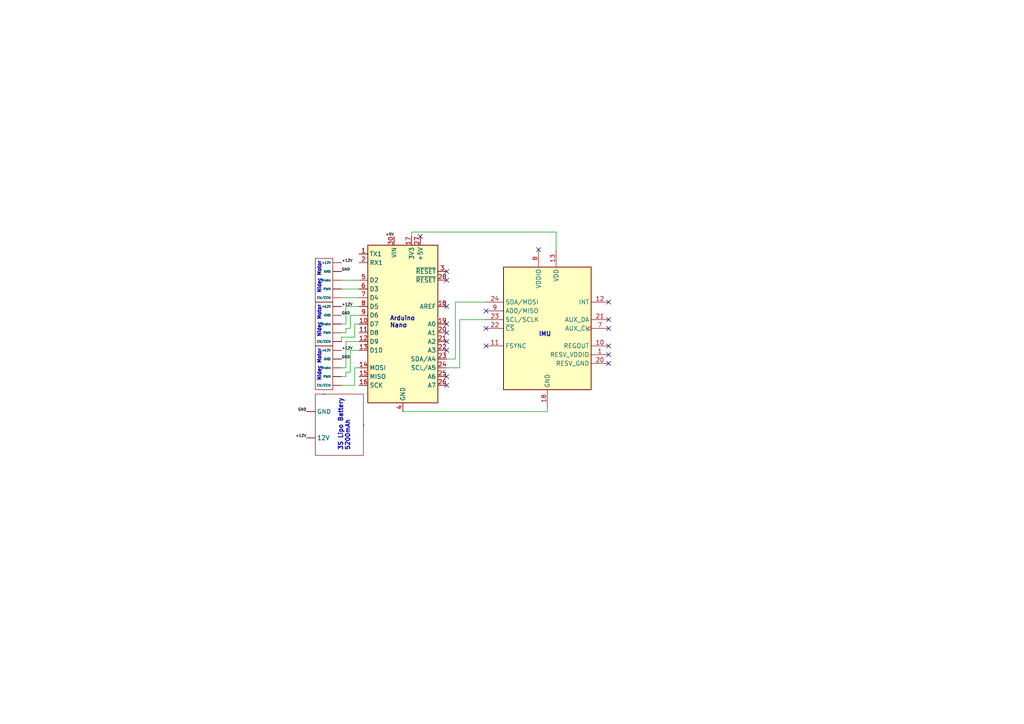
<source format=kicad_sch>
(kicad_sch
	(version 20231120)
	(generator "eeschema")
	(generator_version "8.0")
	(uuid "c3d1a812-138f-41e1-a7f0-a0919706c681")
	(paper "A4")
	(lib_symbols
		(symbol "MCU_Module:Arduino_Nano_Every"
			(exclude_from_sim no)
			(in_bom yes)
			(on_board yes)
			(property "Reference" "A"
				(at -10.16 23.495 0)
				(effects
					(font
						(size 1.27 1.27)
					)
					(justify left bottom)
				)
			)
			(property "Value" "Arduino_Nano_Every"
				(at 5.08 -24.13 0)
				(effects
					(font
						(size 1.27 1.27)
					)
					(justify left top)
				)
			)
			(property "Footprint" "Module:Arduino_Nano"
				(at 0 0 0)
				(effects
					(font
						(size 1.27 1.27)
						(italic yes)
					)
					(hide yes)
				)
			)
			(property "Datasheet" "https://content.arduino.cc/assets/NANOEveryV3.0_sch.pdf"
				(at 0 0 0)
				(effects
					(font
						(size 1.27 1.27)
					)
					(hide yes)
				)
			)
			(property "Description" "Arduino Nano Every"
				(at 0 0 0)
				(effects
					(font
						(size 1.27 1.27)
					)
					(hide yes)
				)
			)
			(property "ki_keywords" "Arduino nano microcontroller module USB UPDI AATMega4809 AVR"
				(at 0 0 0)
				(effects
					(font
						(size 1.27 1.27)
					)
					(hide yes)
				)
			)
			(property "ki_fp_filters" "Arduino*Nano*"
				(at 0 0 0)
				(effects
					(font
						(size 1.27 1.27)
					)
					(hide yes)
				)
			)
			(symbol "Arduino_Nano_Every_0_1"
				(rectangle
					(start -10.16 22.86)
					(end 10.16 -22.86)
					(stroke
						(width 0.254)
						(type default)
					)
					(fill
						(type background)
					)
				)
			)
			(symbol "Arduino_Nano_Every_1_1"
				(pin bidirectional line
					(at -12.7 20.32 0)
					(length 2.54)
					(name "TX1"
						(effects
							(font
								(size 1.27 1.27)
							)
						)
					)
					(number "1"
						(effects
							(font
								(size 1.27 1.27)
							)
						)
					)
				)
				(pin bidirectional line
					(at -12.7 0 0)
					(length 2.54)
					(name "D7"
						(effects
							(font
								(size 1.27 1.27)
							)
						)
					)
					(number "10"
						(effects
							(font
								(size 1.27 1.27)
							)
						)
					)
				)
				(pin bidirectional line
					(at -12.7 -2.54 0)
					(length 2.54)
					(name "D8"
						(effects
							(font
								(size 1.27 1.27)
							)
						)
					)
					(number "11"
						(effects
							(font
								(size 1.27 1.27)
							)
						)
					)
				)
				(pin bidirectional line
					(at -12.7 -5.08 0)
					(length 2.54)
					(name "D9"
						(effects
							(font
								(size 1.27 1.27)
							)
						)
					)
					(number "12"
						(effects
							(font
								(size 1.27 1.27)
							)
						)
					)
				)
				(pin bidirectional line
					(at -12.7 -7.62 0)
					(length 2.54)
					(name "D10"
						(effects
							(font
								(size 1.27 1.27)
							)
						)
					)
					(number "13"
						(effects
							(font
								(size 1.27 1.27)
							)
						)
					)
				)
				(pin bidirectional line
					(at -12.7 -12.7 0)
					(length 2.54)
					(name "MOSI"
						(effects
							(font
								(size 1.27 1.27)
							)
						)
					)
					(number "14"
						(effects
							(font
								(size 1.27 1.27)
							)
						)
					)
				)
				(pin bidirectional line
					(at -12.7 -15.24 0)
					(length 2.54)
					(name "MISO"
						(effects
							(font
								(size 1.27 1.27)
							)
						)
					)
					(number "15"
						(effects
							(font
								(size 1.27 1.27)
							)
						)
					)
				)
				(pin bidirectional line
					(at -12.7 -17.78 0)
					(length 2.54)
					(name "SCK"
						(effects
							(font
								(size 1.27 1.27)
							)
						)
					)
					(number "16"
						(effects
							(font
								(size 1.27 1.27)
							)
						)
					)
				)
				(pin power_out line
					(at 2.54 25.4 270)
					(length 2.54)
					(name "3V3"
						(effects
							(font
								(size 1.27 1.27)
							)
						)
					)
					(number "17"
						(effects
							(font
								(size 1.27 1.27)
							)
						)
					)
				)
				(pin input line
					(at 12.7 5.08 180)
					(length 2.54)
					(name "AREF"
						(effects
							(font
								(size 1.27 1.27)
							)
						)
					)
					(number "18"
						(effects
							(font
								(size 1.27 1.27)
							)
						)
					)
				)
				(pin bidirectional line
					(at 12.7 0 180)
					(length 2.54)
					(name "A0"
						(effects
							(font
								(size 1.27 1.27)
							)
						)
					)
					(number "19"
						(effects
							(font
								(size 1.27 1.27)
							)
						)
					)
				)
				(pin bidirectional line
					(at -12.7 17.78 0)
					(length 2.54)
					(name "RX1"
						(effects
							(font
								(size 1.27 1.27)
							)
						)
					)
					(number "2"
						(effects
							(font
								(size 1.27 1.27)
							)
						)
					)
				)
				(pin bidirectional line
					(at 12.7 -2.54 180)
					(length 2.54)
					(name "A1"
						(effects
							(font
								(size 1.27 1.27)
							)
						)
					)
					(number "20"
						(effects
							(font
								(size 1.27 1.27)
							)
						)
					)
				)
				(pin bidirectional line
					(at 12.7 -5.08 180)
					(length 2.54)
					(name "A2"
						(effects
							(font
								(size 1.27 1.27)
							)
						)
					)
					(number "21"
						(effects
							(font
								(size 1.27 1.27)
							)
						)
					)
				)
				(pin bidirectional line
					(at 12.7 -7.62 180)
					(length 2.54)
					(name "A3"
						(effects
							(font
								(size 1.27 1.27)
							)
						)
					)
					(number "22"
						(effects
							(font
								(size 1.27 1.27)
							)
						)
					)
				)
				(pin bidirectional line
					(at 12.7 -10.16 180)
					(length 2.54)
					(name "SDA/A4"
						(effects
							(font
								(size 1.27 1.27)
							)
						)
					)
					(number "23"
						(effects
							(font
								(size 1.27 1.27)
							)
						)
					)
				)
				(pin bidirectional line
					(at 12.7 -12.7 180)
					(length 2.54)
					(name "SCL/A5"
						(effects
							(font
								(size 1.27 1.27)
							)
						)
					)
					(number "24"
						(effects
							(font
								(size 1.27 1.27)
							)
						)
					)
				)
				(pin bidirectional line
					(at 12.7 -15.24 180)
					(length 2.54)
					(name "A6"
						(effects
							(font
								(size 1.27 1.27)
							)
						)
					)
					(number "25"
						(effects
							(font
								(size 1.27 1.27)
							)
						)
					)
				)
				(pin bidirectional line
					(at 12.7 -17.78 180)
					(length 2.54)
					(name "A7"
						(effects
							(font
								(size 1.27 1.27)
							)
						)
					)
					(number "26"
						(effects
							(font
								(size 1.27 1.27)
							)
						)
					)
				)
				(pin power_out line
					(at 5.08 25.4 270)
					(length 2.54)
					(name "+5V"
						(effects
							(font
								(size 1.27 1.27)
							)
						)
					)
					(number "27"
						(effects
							(font
								(size 1.27 1.27)
							)
						)
					)
				)
				(pin input line
					(at 12.7 12.7 180)
					(length 2.54)
					(name "~{RESET}"
						(effects
							(font
								(size 1.27 1.27)
							)
						)
					)
					(number "28"
						(effects
							(font
								(size 1.27 1.27)
							)
						)
					)
				)
				(pin passive line
					(at 0 -25.4 90)
					(length 2.54) hide
					(name "GND"
						(effects
							(font
								(size 1.27 1.27)
							)
						)
					)
					(number "29"
						(effects
							(font
								(size 1.27 1.27)
							)
						)
					)
				)
				(pin input line
					(at 12.7 15.24 180)
					(length 2.54)
					(name "~{RESET}"
						(effects
							(font
								(size 1.27 1.27)
							)
						)
					)
					(number "3"
						(effects
							(font
								(size 1.27 1.27)
							)
						)
					)
				)
				(pin power_in line
					(at -2.54 25.4 270)
					(length 2.54)
					(name "VIN"
						(effects
							(font
								(size 1.27 1.27)
							)
						)
					)
					(number "30"
						(effects
							(font
								(size 1.27 1.27)
							)
						)
					)
				)
				(pin power_in line
					(at 0 -25.4 90)
					(length 2.54)
					(name "GND"
						(effects
							(font
								(size 1.27 1.27)
							)
						)
					)
					(number "4"
						(effects
							(font
								(size 1.27 1.27)
							)
						)
					)
				)
				(pin bidirectional line
					(at -12.7 12.7 0)
					(length 2.54)
					(name "D2"
						(effects
							(font
								(size 1.27 1.27)
							)
						)
					)
					(number "5"
						(effects
							(font
								(size 1.27 1.27)
							)
						)
					)
				)
				(pin bidirectional line
					(at -12.7 10.16 0)
					(length 2.54)
					(name "D3"
						(effects
							(font
								(size 1.27 1.27)
							)
						)
					)
					(number "6"
						(effects
							(font
								(size 1.27 1.27)
							)
						)
					)
				)
				(pin bidirectional line
					(at -12.7 7.62 0)
					(length 2.54)
					(name "D4"
						(effects
							(font
								(size 1.27 1.27)
							)
						)
					)
					(number "7"
						(effects
							(font
								(size 1.27 1.27)
							)
						)
					)
				)
				(pin bidirectional line
					(at -12.7 5.08 0)
					(length 2.54)
					(name "D5"
						(effects
							(font
								(size 1.27 1.27)
							)
						)
					)
					(number "8"
						(effects
							(font
								(size 1.27 1.27)
							)
						)
					)
				)
				(pin bidirectional line
					(at -12.7 2.54 0)
					(length 2.54)
					(name "D6"
						(effects
							(font
								(size 1.27 1.27)
							)
						)
					)
					(number "9"
						(effects
							(font
								(size 1.27 1.27)
							)
						)
					)
				)
			)
		)
		(symbol "PIE_Symbol_Libary:Nidec_Motors"
			(exclude_from_sim no)
			(in_bom yes)
			(on_board yes)
			(property "Reference" "U"
				(at 1.016 3.81 0)
				(effects
					(font
						(size 1.27 1.27)
					)
				)
			)
			(property "Value" ""
				(at 0 0 0)
				(effects
					(font
						(size 1.27 1.27)
					)
				)
			)
			(property "Footprint" ""
				(at 0 0 0)
				(effects
					(font
						(size 1.27 1.27)
					)
					(hide yes)
				)
			)
			(property "Datasheet" ""
				(at 0 0 0)
				(effects
					(font
						(size 1.27 1.27)
					)
					(hide yes)
				)
			)
			(property "Description" ""
				(at 0 0 0)
				(effects
					(font
						(size 1.27 1.27)
					)
					(hide yes)
				)
			)
			(symbol "Nidec_Motors_0_1"
				(rectangle
					(start -5.08 2.54)
					(end 7.62 -2.54)
					(stroke
						(width 0)
						(type default)
					)
					(fill
						(type none)
					)
				)
			)
			(symbol "Nidec_Motors_1_1"
				(pin input line
					(at -3.81 -5.08 90)
					(length 2.54)
					(name "+12V"
						(effects
							(font
								(size 0.635 0.635)
							)
						)
					)
					(number ""
						(effects
							(font
								(size 1.27 1.27)
							)
						)
					)
				)
				(pin input line
					(at 1.27 -5.08 90)
					(length 2.54)
					(name "Brake"
						(effects
							(font
								(size 0.635 0.635)
							)
						)
					)
					(number ""
						(effects
							(font
								(size 1.27 1.27)
							)
						)
					)
				)
				(pin input line
					(at 6.35 -5.08 90)
					(length 2.54)
					(name "CW/CCW"
						(effects
							(font
								(size 0.635 0.635)
							)
						)
					)
					(number ""
						(effects
							(font
								(size 1.27 1.27)
							)
						)
					)
				)
				(pin input line
					(at -1.27 -5.08 90)
					(length 2.54)
					(name "GND"
						(effects
							(font
								(size 0.635 0.635)
							)
						)
					)
					(number ""
						(effects
							(font
								(size 1.27 1.27)
							)
						)
					)
				)
				(pin input line
					(at 3.81 -5.08 90)
					(length 2.54)
					(name "PWM"
						(effects
							(font
								(size 0.635 0.635)
							)
						)
					)
					(number ""
						(effects
							(font
								(size 1.27 1.27)
							)
						)
					)
				)
			)
		)
		(symbol "Sensor_Motion:MPU-9250"
			(exclude_from_sim no)
			(in_bom yes)
			(on_board yes)
			(property "Reference" "U"
				(at -11.43 19.05 0)
				(effects
					(font
						(size 1.27 1.27)
					)
				)
			)
			(property "Value" "MPU-9250"
				(at 7.62 -19.05 0)
				(effects
					(font
						(size 1.27 1.27)
					)
				)
			)
			(property "Footprint" "Sensor_Motion:InvenSense_QFN-24_3x3mm_P0.4mm"
				(at 0 -25.4 0)
				(effects
					(font
						(size 1.27 1.27)
					)
					(hide yes)
				)
			)
			(property "Datasheet" "https://invensense.tdk.com/wp-content/uploads/2015/02/PS-MPU-9250A-01-v1.1.pdf"
				(at 0 -3.81 0)
				(effects
					(font
						(size 1.27 1.27)
					)
					(hide yes)
				)
			)
			(property "Description" "InvenSense 9-Axis Motion Sensor, Accelerometer, Gyroscope, Compass, I2C/SPI"
				(at 0 0 0)
				(effects
					(font
						(size 1.27 1.27)
					)
					(hide yes)
				)
			)
			(property "ki_keywords" "mems magnetometer"
				(at 0 0 0)
				(effects
					(font
						(size 1.27 1.27)
					)
					(hide yes)
				)
			)
			(property "ki_fp_filters" "*QFN?24*3x3mm*P0.4mm*"
				(at 0 0 0)
				(effects
					(font
						(size 1.27 1.27)
					)
					(hide yes)
				)
			)
			(symbol "MPU-9250_0_1"
				(rectangle
					(start -12.7 17.78)
					(end 12.7 -17.78)
					(stroke
						(width 0.254)
						(type default)
					)
					(fill
						(type background)
					)
				)
			)
			(symbol "MPU-9250_1_1"
				(pin input line
					(at 17.78 -7.62 180)
					(length 5.08)
					(name "RESV_VDDIO"
						(effects
							(font
								(size 1.27 1.27)
							)
						)
					)
					(number "1"
						(effects
							(font
								(size 1.27 1.27)
							)
						)
					)
				)
				(pin passive line
					(at 17.78 -5.08 180)
					(length 5.08)
					(name "REGOUT"
						(effects
							(font
								(size 1.27 1.27)
							)
						)
					)
					(number "10"
						(effects
							(font
								(size 1.27 1.27)
							)
						)
					)
				)
				(pin input line
					(at -17.78 -5.08 0)
					(length 5.08)
					(name "FSYNC"
						(effects
							(font
								(size 1.27 1.27)
							)
						)
					)
					(number "11"
						(effects
							(font
								(size 1.27 1.27)
							)
						)
					)
				)
				(pin output line
					(at 17.78 7.62 180)
					(length 5.08)
					(name "INT"
						(effects
							(font
								(size 1.27 1.27)
							)
						)
					)
					(number "12"
						(effects
							(font
								(size 1.27 1.27)
							)
						)
					)
				)
				(pin power_in line
					(at 2.54 22.86 270)
					(length 5.08)
					(name "VDD"
						(effects
							(font
								(size 1.27 1.27)
							)
						)
					)
					(number "13"
						(effects
							(font
								(size 1.27 1.27)
							)
						)
					)
				)
				(pin power_in line
					(at 0 -22.86 90)
					(length 5.08)
					(name "GND"
						(effects
							(font
								(size 1.27 1.27)
							)
						)
					)
					(number "18"
						(effects
							(font
								(size 1.27 1.27)
							)
						)
					)
				)
				(pin power_in line
					(at 17.78 -10.16 180)
					(length 5.08)
					(name "RESV_GND"
						(effects
							(font
								(size 1.27 1.27)
							)
						)
					)
					(number "20"
						(effects
							(font
								(size 1.27 1.27)
							)
						)
					)
				)
				(pin bidirectional line
					(at 17.78 2.54 180)
					(length 5.08)
					(name "AUX_DA"
						(effects
							(font
								(size 1.27 1.27)
							)
						)
					)
					(number "21"
						(effects
							(font
								(size 1.27 1.27)
							)
						)
					)
				)
				(pin input line
					(at -17.78 0 0)
					(length 5.08)
					(name "~{CS}"
						(effects
							(font
								(size 1.27 1.27)
							)
						)
					)
					(number "22"
						(effects
							(font
								(size 1.27 1.27)
							)
						)
					)
				)
				(pin input line
					(at -17.78 2.54 0)
					(length 5.08)
					(name "SCL/SCLK"
						(effects
							(font
								(size 1.27 1.27)
							)
						)
					)
					(number "23"
						(effects
							(font
								(size 1.27 1.27)
							)
						)
					)
				)
				(pin bidirectional line
					(at -17.78 7.62 0)
					(length 5.08)
					(name "SDA/MOSI"
						(effects
							(font
								(size 1.27 1.27)
							)
						)
					)
					(number "24"
						(effects
							(font
								(size 1.27 1.27)
							)
						)
					)
				)
				(pin output clock
					(at 17.78 0 180)
					(length 5.08)
					(name "AUX_CL"
						(effects
							(font
								(size 1.27 1.27)
							)
						)
					)
					(number "7"
						(effects
							(font
								(size 1.27 1.27)
							)
						)
					)
				)
				(pin power_in line
					(at -2.54 22.86 270)
					(length 5.08)
					(name "VDDIO"
						(effects
							(font
								(size 1.27 1.27)
							)
						)
					)
					(number "8"
						(effects
							(font
								(size 1.27 1.27)
							)
						)
					)
				)
				(pin bidirectional line
					(at -17.78 5.08 0)
					(length 5.08)
					(name "AD0/MISO"
						(effects
							(font
								(size 1.27 1.27)
							)
						)
					)
					(number "9"
						(effects
							(font
								(size 1.27 1.27)
							)
						)
					)
				)
			)
		)
		(symbol "pie:3S_Lipo_Battery_5200mAh"
			(exclude_from_sim no)
			(in_bom yes)
			(on_board yes)
			(property "Reference" "U"
				(at 0 0 0)
				(effects
					(font
						(size 1.27 1.27)
					)
				)
			)
			(property "Value" ""
				(at 0 0 0)
				(effects
					(font
						(size 1.27 1.27)
					)
				)
			)
			(property "Footprint" ""
				(at 0 0 0)
				(effects
					(font
						(size 1.27 1.27)
					)
					(hide yes)
				)
			)
			(property "Datasheet" ""
				(at 0 0 0)
				(effects
					(font
						(size 1.27 1.27)
					)
					(hide yes)
				)
			)
			(property "Description" ""
				(at 0 0 0)
				(effects
					(font
						(size 1.27 1.27)
					)
					(hide yes)
				)
			)
			(symbol "3S_Lipo_Battery_5200mAh_0_1"
				(rectangle
					(start -8.89 13.97)
					(end 8.89 0)
					(stroke
						(width 0)
						(type default)
					)
					(fill
						(type none)
					)
				)
			)
			(symbol "3S_Lipo_Battery_5200mAh_1_1"
				(pin power_out line
					(at -3.81 16.51 270)
					(length 2.54)
					(name "12V"
						(effects
							(font
								(size 1.27 1.27)
							)
						)
					)
					(number ""
						(effects
							(font
								(size 1.27 1.27)
							)
						)
					)
				)
				(pin power_out line
					(at 3.81 16.51 270)
					(length 2.54)
					(name "GND"
						(effects
							(font
								(size 1.27 1.27)
							)
						)
					)
					(number ""
						(effects
							(font
								(size 1.27 1.27)
							)
						)
					)
				)
			)
		)
	)
	(no_connect
		(at 176.53 102.87)
		(uuid "07b32de4-8f6f-428d-b50f-473b561b08c6")
	)
	(no_connect
		(at 129.54 81.28)
		(uuid "10608be3-5893-484c-ac62-516933922d5f")
	)
	(no_connect
		(at 129.54 96.52)
		(uuid "14ddd9a1-3cab-4a04-b21d-5724a97c9407")
	)
	(no_connect
		(at 121.92 68.58)
		(uuid "4162d27a-fd04-4689-98bd-6d5857e78924")
	)
	(no_connect
		(at 129.54 78.74)
		(uuid "5180a219-3c79-42eb-8014-0fb19209f846")
	)
	(no_connect
		(at 129.54 88.9)
		(uuid "5d1a4274-f096-457c-9352-cdb788af1e61")
	)
	(no_connect
		(at 176.53 105.41)
		(uuid "60e0fd4d-1edc-4afd-9491-7bd0e2364f5b")
	)
	(no_connect
		(at 129.54 99.06)
		(uuid "6b0c5efe-fa92-4a3c-9a53-dac219cc559f")
	)
	(no_connect
		(at 129.54 111.76)
		(uuid "9a919d8b-1dcf-4f7a-9b98-f039e39c5452")
	)
	(no_connect
		(at 129.54 109.22)
		(uuid "9d370899-ff0b-45c4-b2e7-d93c502f8af3")
	)
	(no_connect
		(at 176.53 87.63)
		(uuid "b791904c-9ed6-49f0-aff0-5ce5e30fb2ca")
	)
	(no_connect
		(at 156.21 72.39)
		(uuid "c1a19d6a-bf00-4c01-9a58-bc19393b76c3")
	)
	(no_connect
		(at 140.97 100.33)
		(uuid "c46a7597-2540-45af-b424-e5c1a7f5dfb0")
	)
	(no_connect
		(at 176.53 92.71)
		(uuid "c74a1977-6d6d-48b7-b083-f0801301bf3c")
	)
	(no_connect
		(at 140.97 95.25)
		(uuid "de8bbb7f-be6c-440c-9596-523b0f902bbe")
	)
	(no_connect
		(at 176.53 95.25)
		(uuid "e6ed2746-a34b-410a-89e0-abbc0f910731")
	)
	(no_connect
		(at 140.97 90.17)
		(uuid "f1c49fe8-ed6f-4e59-aa5a-9a1b548c8106")
	)
	(no_connect
		(at 129.54 93.98)
		(uuid "f34cbc75-03ba-439c-b713-7fd08f8f993a")
	)
	(no_connect
		(at 176.53 100.33)
		(uuid "f83f5d21-8de9-40b7-86cf-c2e654f701b1")
	)
	(no_connect
		(at 129.54 101.6)
		(uuid "f987665f-85a4-49b6-8b65-f190a1fdeb71")
	)
	(wire
		(pts
			(xy 101.6 107.95) (xy 101.6 101.6)
		)
		(stroke
			(width 0)
			(type default)
		)
		(uuid "0eca7992-2d44-4df8-8c3e-4c77d1db4820")
	)
	(wire
		(pts
			(xy 101.6 91.44) (xy 104.14 91.44)
		)
		(stroke
			(width 0)
			(type default)
		)
		(uuid "13eca11d-3b71-40b1-abaf-ab1e577565d7")
	)
	(wire
		(pts
			(xy 100.33 96.52) (xy 100.33 95.25)
		)
		(stroke
			(width 0)
			(type default)
		)
		(uuid "1455cbbc-5d18-4d04-9cd9-91be436e03ba")
	)
	(wire
		(pts
			(xy 100.33 109.22) (xy 99.06 109.22)
		)
		(stroke
			(width 0)
			(type default)
		)
		(uuid "1fd0c0e6-7643-4048-9203-99fd3130b910")
	)
	(wire
		(pts
			(xy 99.06 93.98) (xy 100.33 93.98)
		)
		(stroke
			(width 0)
			(type default)
		)
		(uuid "2344850d-c805-4381-aa84-cff3d28b44a8")
	)
	(wire
		(pts
			(xy 102.87 93.98) (xy 102.87 97.79)
		)
		(stroke
			(width 0)
			(type default)
		)
		(uuid "24645d9c-aa1b-47f6-adf2-d7b203270bbf")
	)
	(wire
		(pts
			(xy 100.33 106.68) (xy 100.33 99.06)
		)
		(stroke
			(width 0)
			(type default)
		)
		(uuid "2e0a0cef-459a-4aa7-925b-5a960d495409")
	)
	(wire
		(pts
			(xy 100.33 99.06) (xy 104.14 99.06)
		)
		(stroke
			(width 0)
			(type default)
		)
		(uuid "339c99b4-0b67-4c0c-913f-0193ee2e4107")
	)
	(wire
		(pts
			(xy 161.29 67.31) (xy 161.29 72.39)
		)
		(stroke
			(width 0)
			(type default)
		)
		(uuid "45fad805-098f-4285-a529-9fdc0d2ed3dc")
	)
	(wire
		(pts
			(xy 99.06 86.36) (xy 104.14 86.36)
		)
		(stroke
			(width 0)
			(type default)
		)
		(uuid "4a746d82-12cd-4365-b2a8-594b31e663c0")
	)
	(wire
		(pts
			(xy 99.06 106.68) (xy 100.33 106.68)
		)
		(stroke
			(width 0)
			(type default)
		)
		(uuid "635e76ec-111e-4d87-9c15-1d983f35e582")
	)
	(wire
		(pts
			(xy 100.33 107.95) (xy 100.33 109.22)
		)
		(stroke
			(width 0)
			(type default)
		)
		(uuid "6465b092-12a9-4cc6-89ed-a9a19a25507d")
	)
	(wire
		(pts
			(xy 133.35 92.71) (xy 133.35 106.68)
		)
		(stroke
			(width 0)
			(type default)
		)
		(uuid "69ac3a39-1e66-43b9-8ba8-6cbe8de78e42")
	)
	(wire
		(pts
			(xy 102.87 111.76) (xy 102.87 106.68)
		)
		(stroke
			(width 0)
			(type default)
		)
		(uuid "6b0afd91-195d-43a8-9ee1-1287097aa1b2")
	)
	(wire
		(pts
			(xy 99.06 99.06) (xy 99.06 97.79)
		)
		(stroke
			(width 0)
			(type default)
		)
		(uuid "6f84670d-b63a-4505-835d-ef569b29569b")
	)
	(wire
		(pts
			(xy 99.06 83.82) (xy 104.14 83.82)
		)
		(stroke
			(width 0)
			(type default)
		)
		(uuid "7b669808-dc54-44d2-87b8-7d5445b8dbff")
	)
	(wire
		(pts
			(xy 116.84 119.38) (xy 158.75 119.38)
		)
		(stroke
			(width 0)
			(type default)
		)
		(uuid "880cc9e5-aff8-4efc-b520-2fd9b718841e")
	)
	(wire
		(pts
			(xy 101.6 95.25) (xy 101.6 91.44)
		)
		(stroke
			(width 0)
			(type default)
		)
		(uuid "8ae9cb05-8da5-45c0-b029-c9c3ddc0eda7")
	)
	(wire
		(pts
			(xy 119.38 67.31) (xy 119.38 68.58)
		)
		(stroke
			(width 0)
			(type default)
		)
		(uuid "8bf3f031-bfd6-4103-a15e-9d9f076e8f1c")
	)
	(wire
		(pts
			(xy 140.97 92.71) (xy 133.35 92.71)
		)
		(stroke
			(width 0)
			(type default)
		)
		(uuid "9cb4388e-daaf-4800-8489-d4b2b92ad447")
	)
	(wire
		(pts
			(xy 132.08 104.14) (xy 129.54 104.14)
		)
		(stroke
			(width 0)
			(type default)
		)
		(uuid "9d758adb-01ef-4ec9-80be-48c75fb97421")
	)
	(wire
		(pts
			(xy 99.06 81.28) (xy 104.14 81.28)
		)
		(stroke
			(width 0)
			(type default)
		)
		(uuid "9f142765-55ee-4763-b812-bfa4abd29ef8")
	)
	(wire
		(pts
			(xy 99.06 111.76) (xy 102.87 111.76)
		)
		(stroke
			(width 0)
			(type default)
		)
		(uuid "a222e132-dbfb-4ae6-9d60-f6521a1dea90")
	)
	(wire
		(pts
			(xy 132.08 87.63) (xy 132.08 104.14)
		)
		(stroke
			(width 0)
			(type default)
		)
		(uuid "a480fa09-202b-4c60-b856-cd0a13c8fae7")
	)
	(wire
		(pts
			(xy 100.33 93.98) (xy 100.33 88.9)
		)
		(stroke
			(width 0)
			(type default)
		)
		(uuid "a5c40373-4a56-45f0-ba39-19d0913963ce")
	)
	(wire
		(pts
			(xy 133.35 106.68) (xy 129.54 106.68)
		)
		(stroke
			(width 0)
			(type default)
		)
		(uuid "afc0f46b-848f-4c5b-a553-89eb5df6e10e")
	)
	(wire
		(pts
			(xy 102.87 106.68) (xy 104.14 106.68)
		)
		(stroke
			(width 0)
			(type default)
		)
		(uuid "b09c8e8d-2bb5-4ff2-ba4d-654233f4381d")
	)
	(wire
		(pts
			(xy 101.6 101.6) (xy 104.14 101.6)
		)
		(stroke
			(width 0)
			(type default)
		)
		(uuid "b1b99a41-1291-481c-9c46-190ed781f7ad")
	)
	(wire
		(pts
			(xy 102.87 93.98) (xy 104.14 93.98)
		)
		(stroke
			(width 0)
			(type default)
		)
		(uuid "b2d4443c-0b77-42c9-9d0a-406a390e1152")
	)
	(wire
		(pts
			(xy 99.06 96.52) (xy 100.33 96.52)
		)
		(stroke
			(width 0)
			(type default)
		)
		(uuid "b68bf623-900a-46d7-b477-daa2006a3aa4")
	)
	(wire
		(pts
			(xy 158.75 119.38) (xy 158.75 118.11)
		)
		(stroke
			(width 0)
			(type default)
		)
		(uuid "b99d90b6-7d41-4b66-9d96-b5f3721577f7")
	)
	(wire
		(pts
			(xy 100.33 88.9) (xy 104.14 88.9)
		)
		(stroke
			(width 0)
			(type default)
		)
		(uuid "c9801257-69d7-4dcd-a5e0-89cb09494de2")
	)
	(wire
		(pts
			(xy 119.38 67.31) (xy 161.29 67.31)
		)
		(stroke
			(width 0)
			(type default)
		)
		(uuid "d6af9588-e4f5-425b-9382-7b51c0fe7b9c")
	)
	(wire
		(pts
			(xy 140.97 87.63) (xy 132.08 87.63)
		)
		(stroke
			(width 0)
			(type default)
		)
		(uuid "e40732c7-8de0-4adc-a19b-3aa402a79f7b")
	)
	(wire
		(pts
			(xy 100.33 95.25) (xy 101.6 95.25)
		)
		(stroke
			(width 0)
			(type default)
		)
		(uuid "e6d64c55-9e38-40dd-b79a-3356cc3f3f63")
	)
	(wire
		(pts
			(xy 101.6 107.95) (xy 100.33 107.95)
		)
		(stroke
			(width 0)
			(type default)
		)
		(uuid "ea525305-e25e-44ba-bdc0-15feed4fabf9")
	)
	(wire
		(pts
			(xy 99.06 97.79) (xy 102.87 97.79)
		)
		(stroke
			(width 0)
			(type default)
		)
		(uuid "f9b5367b-c1c0-40be-a378-d286a1711d6e")
	)
	(text "Nidec Motor"
		(exclude_from_sim no)
		(at 93.218 101.092 90)
		(effects
			(font
				(size 1.016 1.016)
				(thickness 0.254)
				(bold yes)
			)
			(justify right bottom)
		)
		(uuid "25b3ab70-5bf7-4567-bef3-213b79210908")
	)
	(text "Arduino \nNano\n"
		(exclude_from_sim no)
		(at 113.03 95.25 0)
		(effects
			(font
				(size 1.27 1.27)
				(thickness 0.254)
				(bold yes)
			)
			(justify left bottom)
		)
		(uuid "322adfd3-e0a1-41a2-b65d-c3ebf29f6030")
	)
	(text "3S Lipo Battery \n5200mAh"
		(exclude_from_sim no)
		(at 101.6 130.81 90)
		(effects
			(font
				(size 1.27 1.27)
				(thickness 0.254)
				(bold yes)
			)
			(justify left bottom)
		)
		(uuid "6cb10ab7-08fe-48be-ba26-9d5bdc476491")
	)
	(text "IMU"
		(exclude_from_sim no)
		(at 156.21 97.79 0)
		(effects
			(font
				(size 1.27 1.27)
				(thickness 0.254)
				(bold yes)
			)
			(justify left bottom)
		)
		(uuid "84a04bc7-6b37-4a5b-a4ac-350300ad0a96")
	)
	(text "Nidec Motor"
		(exclude_from_sim no)
		(at 93.218 88.392 90)
		(effects
			(font
				(size 1.016 1.016)
				(thickness 0.254)
				(bold yes)
			)
			(justify right bottom)
		)
		(uuid "cf5afaad-7200-471f-97e0-08356d343201")
	)
	(text "Nidec Motor"
		(exclude_from_sim no)
		(at 93.218 75.692 90)
		(effects
			(font
				(size 1.016 1.016)
				(thickness 0.254)
				(bold yes)
			)
			(justify right bottom)
		)
		(uuid "f05ffd82-ab1a-4ffa-8acc-df9d105c6e1b")
	)
	(label "+12V"
		(at 99.06 88.9 0)
		(fields_autoplaced yes)
		(effects
			(font
				(size 0.762 0.762)
			)
			(justify left bottom)
		)
		(uuid "0098585e-763b-451c-b95f-a186751247f2")
	)
	(label "+12V"
		(at 99.06 101.6 0)
		(fields_autoplaced yes)
		(effects
			(font
				(size 0.762 0.762)
			)
			(justify left bottom)
		)
		(uuid "048e3411-351e-4d6b-b62c-4cb98ff7ba2d")
	)
	(label "+12V"
		(at 88.9 127 180)
		(fields_autoplaced yes)
		(effects
			(font
				(size 0.762 0.762)
			)
			(justify right bottom)
		)
		(uuid "36587831-00d2-4466-b70d-3a708d3dbb20")
	)
	(label "GND"
		(at 88.9 119.38 180)
		(fields_autoplaced yes)
		(effects
			(font
				(size 0.762 0.762)
			)
			(justify right bottom)
		)
		(uuid "7518a766-060a-402b-a461-f91ca83dc72a")
	)
	(label "+5V"
		(at 114.3 68.58 180)
		(fields_autoplaced yes)
		(effects
			(font
				(size 0.762 0.762)
			)
			(justify right bottom)
		)
		(uuid "9c7399b8-6a58-4b1d-88f5-765bce79e132")
	)
	(label "GND"
		(at 99.06 104.14 0)
		(fields_autoplaced yes)
		(effects
			(font
				(size 0.762 0.762)
			)
			(justify left bottom)
		)
		(uuid "9cbfabea-2beb-43b1-82f0-11c6d2f00f57")
	)
	(label "GND"
		(at 99.06 78.74 0)
		(fields_autoplaced yes)
		(effects
			(font
				(size 0.762 0.762)
			)
			(justify left bottom)
		)
		(uuid "a73a4d7e-a7fd-480e-aa00-dac9824f375e")
	)
	(label "GND"
		(at 99.06 91.44 0)
		(fields_autoplaced yes)
		(effects
			(font
				(size 0.762 0.762)
			)
			(justify left bottom)
		)
		(uuid "b03b6c58-403f-47a8-a642-356e6ce1de3f")
	)
	(label "+12V"
		(at 99.06 76.2 0)
		(fields_autoplaced yes)
		(effects
			(font
				(size 0.762 0.762)
			)
			(justify left bottom)
		)
		(uuid "ecb57f46-1008-43e3-a6f4-4e6f7d946c9f")
	)
	(symbol
		(lib_id "Sensor_Motion:MPU-9250")
		(at 158.75 95.25 0)
		(unit 1)
		(exclude_from_sim no)
		(in_bom yes)
		(on_board yes)
		(dnp no)
		(uuid "42be8732-aa8b-40c0-a977-c23c7e914b0f")
		(property "Reference" "U2"
			(at 160.9441 115.57 0)
			(effects
				(font
					(size 1.27 1.27)
				)
				(justify left)
				(hide yes)
			)
		)
		(property "Value" "MPU-9250"
			(at 152.4 96.52 0)
			(effects
				(font
					(size 1.27 1.27)
				)
				(justify left)
				(hide yes)
			)
		)
		(property "Footprint" "Sensor_Motion:InvenSense_QFN-24_3x3mm_P0.4mm"
			(at 158.75 120.65 0)
			(effects
				(font
					(size 1.27 1.27)
				)
				(hide yes)
			)
		)
		(property "Datasheet" "https://invensense.tdk.com/wp-content/uploads/2015/02/PS-MPU-9250A-01-v1.1.pdf"
			(at 158.75 99.06 0)
			(effects
				(font
					(size 1.27 1.27)
				)
				(hide yes)
			)
		)
		(property "Description" ""
			(at 158.75 95.25 0)
			(effects
				(font
					(size 1.27 1.27)
				)
				(hide yes)
			)
		)
		(pin "1"
			(uuid "4a93f239-e013-4c80-b081-73d5bd5cd9ed")
		)
		(pin "10"
			(uuid "19f6b42c-a9a5-44d2-bc98-66792a556522")
		)
		(pin "11"
			(uuid "1b1d7c3d-833d-406e-82c6-fb4c74306f35")
		)
		(pin "12"
			(uuid "92702e72-51b2-43ad-b563-32a3a6973b53")
		)
		(pin "13"
			(uuid "44e91aa1-a930-4402-9ed7-d854ef8f44ef")
		)
		(pin "18"
			(uuid "6e85d823-89f1-4cea-aa5e-f0a0f0ed678f")
		)
		(pin "20"
			(uuid "419aa0ab-c745-464f-a424-1de22090fb96")
		)
		(pin "21"
			(uuid "cc03f41a-205b-4e11-9a98-3245e420e372")
		)
		(pin "22"
			(uuid "443e7615-efd4-4249-bc36-f4f9818c0fc8")
		)
		(pin "23"
			(uuid "5ee442d5-5330-43d1-b48c-5e3c46e890db")
		)
		(pin "24"
			(uuid "8e3655b7-7ba0-46db-afc3-7e832ce9d396")
		)
		(pin "7"
			(uuid "8b6da5f3-bce0-4b82-879d-cecc68f33074")
		)
		(pin "8"
			(uuid "a6e177c0-08d8-4a10-ab5b-8f492e152bde")
		)
		(pin "9"
			(uuid "e6af66e1-33dd-4579-b9b9-a110a6ae66f8")
		)
		(instances
			(project "PIE_Final_Project_Schematic"
				(path "/c3d1a812-138f-41e1-a7f0-a0919706c681"
					(reference "U2")
					(unit 1)
				)
			)
		)
	)
	(symbol
		(lib_id "pie:3S_Lipo_Battery_5200mAh")
		(at 105.41 123.19 90)
		(unit 1)
		(exclude_from_sim no)
		(in_bom yes)
		(on_board yes)
		(dnp no)
		(fields_autoplaced yes)
		(uuid "57fced63-adf5-40d1-80c2-1451310fd393")
		(property "Reference" "U9"
			(at 98.425 113.03 0)
			(effects
				(font
					(size 1.27 1.27)
				)
				(justify left)
				(hide yes)
			)
		)
		(property "Value" "~"
			(at 105.41 123.19 0)
			(effects
				(font
					(size 1.27 1.27)
				)
			)
		)
		(property "Footprint" ""
			(at 105.41 123.19 0)
			(effects
				(font
					(size 1.27 1.27)
				)
				(hide yes)
			)
		)
		(property "Datasheet" ""
			(at 105.41 123.19 0)
			(effects
				(font
					(size 1.27 1.27)
				)
				(hide yes)
			)
		)
		(property "Description" ""
			(at 105.41 123.19 0)
			(effects
				(font
					(size 1.27 1.27)
				)
				(hide yes)
			)
		)
		(pin ""
			(uuid "35b4c968-f3c8-431a-ae85-4a2935c95e6d")
		)
		(pin ""
			(uuid "35b4c968-f3c8-431a-ae85-4a2935c95e6e")
		)
		(instances
			(project "PIE_Final_Project_Schematic"
				(path "/c3d1a812-138f-41e1-a7f0-a0919706c681"
					(reference "U9")
					(unit 1)
				)
			)
		)
	)
	(symbol
		(lib_id "MCU_Module:Arduino_Nano_Every")
		(at 116.84 93.98 0)
		(unit 1)
		(exclude_from_sim no)
		(in_bom yes)
		(on_board yes)
		(dnp no)
		(fields_autoplaced yes)
		(uuid "67482911-61b4-4aea-9366-3713b70d3a1e")
		(property "Reference" "A2"
			(at 119.0341 119.38 0)
			(effects
				(font
					(size 1.27 1.27)
				)
				(justify left)
				(hide yes)
			)
		)
		(property "Value" "Arduino_Nano_Every"
			(at 119.0341 121.92 0)
			(effects
				(font
					(size 1.27 1.27)
				)
				(justify left)
				(hide yes)
			)
		)
		(property "Footprint" "Module:Arduino_Nano"
			(at 116.84 93.98 0)
			(effects
				(font
					(size 1.27 1.27)
					(italic yes)
				)
				(hide yes)
			)
		)
		(property "Datasheet" "https://content.arduino.cc/assets/NANOEveryV3.0_sch.pdf"
			(at 116.84 93.98 0)
			(effects
				(font
					(size 1.27 1.27)
				)
				(hide yes)
			)
		)
		(property "Description" ""
			(at 116.84 93.98 0)
			(effects
				(font
					(size 1.27 1.27)
				)
				(hide yes)
			)
		)
		(pin "1"
			(uuid "615f3d93-bb02-4ce8-9f93-8d5189bfc4c9")
		)
		(pin "10"
			(uuid "24bd8069-bffc-4e02-b4a6-75b6c2727f9f")
		)
		(pin "11"
			(uuid "52cfeed8-4dc0-4df0-a77e-4523067b5a23")
		)
		(pin "12"
			(uuid "de1d4b6c-9ec0-4c41-b545-55ba3a7c2f11")
		)
		(pin "13"
			(uuid "d56bbd79-1570-422b-8dc2-acb490816db0")
		)
		(pin "14"
			(uuid "9e7b2c71-5a17-4cce-8c27-6a95ef38296b")
		)
		(pin "15"
			(uuid "bb814faa-4df7-435e-8acb-b7a7cc3c97bc")
		)
		(pin "16"
			(uuid "3c6a2095-8203-4b50-871c-ed5685dd016d")
		)
		(pin "17"
			(uuid "f6cb88c2-003e-4a46-bdc0-f38b65a96e03")
		)
		(pin "18"
			(uuid "59264e12-f451-4504-9b6b-573812153276")
		)
		(pin "19"
			(uuid "0a91737d-b47c-4a17-8880-5289fec48224")
		)
		(pin "2"
			(uuid "5b24a934-7a83-4988-adcf-d2fe9fd6823d")
		)
		(pin "20"
			(uuid "472b2270-d798-4533-9e75-1c256d51db6f")
		)
		(pin "21"
			(uuid "fb17fb0e-2d29-4f7a-9557-a62334105c7d")
		)
		(pin "22"
			(uuid "3affa726-6e1f-46ac-9bcd-6501bc308ed8")
		)
		(pin "23"
			(uuid "54a97387-5a58-4a5b-b8fa-e024da6d00f7")
		)
		(pin "24"
			(uuid "69bd8104-e1f1-4a9a-95eb-4c494d8ad382")
		)
		(pin "25"
			(uuid "e5b7cabf-2937-4a67-8a8b-bc4e547fc9b2")
		)
		(pin "26"
			(uuid "37c6cdce-0193-4cf1-b852-8024213b4975")
		)
		(pin "27"
			(uuid "e68167ea-de2a-47b0-9e6b-2fc4bcaadefa")
		)
		(pin "28"
			(uuid "6426252d-29f2-4221-9469-6373459d9458")
		)
		(pin "29"
			(uuid "a8c975a0-48cb-46cc-98ac-17158b0a3445")
		)
		(pin "3"
			(uuid "53e656da-9115-4af0-b9fd-3cfa628f2381")
		)
		(pin "30"
			(uuid "1973e6dc-d7e3-4c57-ab2d-7bd8e72cf1a7")
		)
		(pin "4"
			(uuid "6c49957a-a9c9-443b-8652-ebf6d81c031a")
		)
		(pin "5"
			(uuid "029f3967-0700-46d4-a11d-3fb9b8968a05")
		)
		(pin "6"
			(uuid "35a339d9-101e-4a72-86d4-6b55dd95675a")
		)
		(pin "7"
			(uuid "ae33cdf8-9e81-4af0-9714-3dd01784e5ff")
		)
		(pin "8"
			(uuid "17cc5a03-b2a6-4395-9f02-79d10951d97d")
		)
		(pin "9"
			(uuid "0a99bddb-bb61-4c93-b53b-c9b93cf663f8")
		)
		(instances
			(project "PIE_Final_Project_Schematic"
				(path "/c3d1a812-138f-41e1-a7f0-a0919706c681"
					(reference "A2")
					(unit 1)
				)
			)
		)
	)
	(symbol
		(lib_id "PIE_Symbol_Libary:Nidec_Motors")
		(at 93.98 80.01 90)
		(mirror x)
		(unit 1)
		(exclude_from_sim no)
		(in_bom yes)
		(on_board yes)
		(dnp no)
		(uuid "6c5e3024-c183-4120-bfc2-08a676318146")
		(property "Reference" "U4"
			(at 93.98 91.44 90)
			(effects
				(font
					(size 1.27 1.27)
				)
				(hide yes)
			)
		)
		(property "Value" "~"
			(at 93.98 88.9 90)
			(effects
				(font
					(size 1.27 1.27)
				)
			)
		)
		(property "Footprint" ""
			(at 93.98 80.01 0)
			(effects
				(font
					(size 1.27 1.27)
				)
				(hide yes)
			)
		)
		(property "Datasheet" ""
			(at 93.98 80.01 0)
			(effects
				(font
					(size 1.27 1.27)
				)
				(hide yes)
			)
		)
		(property "Description" ""
			(at 93.98 80.01 0)
			(effects
				(font
					(size 1.27 1.27)
				)
				(hide yes)
			)
		)
		(pin ""
			(uuid "86cc4562-e056-4da9-b554-4a16dae98a74")
		)
		(pin ""
			(uuid "f3507518-c2af-469b-aea5-432584a2140e")
		)
		(pin ""
			(uuid "25c4cdc2-a63f-42f1-b90b-074a48b94e4c")
		)
		(pin ""
			(uuid "a7322f38-6ccf-48cf-8298-6bebca4f6453")
		)
		(pin ""
			(uuid "96604882-6f98-4209-9040-a9ed70be7c77")
		)
		(instances
			(project "PIE_Final_Project_Schematic"
				(path "/c3d1a812-138f-41e1-a7f0-a0919706c681"
					(reference "U4")
					(unit 1)
				)
			)
		)
	)
	(symbol
		(lib_name "PIE_Symbol_Libary:Nidec_Motors")
		(lib_id "PIE_Symbol_Libary:Nidec_Motors")
		(at 93.98 105.41 90)
		(mirror x)
		(unit 1)
		(exclude_from_sim no)
		(in_bom yes)
		(on_board yes)
		(dnp no)
		(uuid "caf7f4ec-2100-4183-ad5d-b9e7250d6491")
		(property "Reference" "U3"
			(at 93.98 116.84 90)
			(effects
				(font
					(size 1.27 1.27)
				)
				(hide yes)
			)
		)
		(property "Value" "~"
			(at 93.98 114.3 90)
			(effects
				(font
					(size 1.27 1.27)
				)
			)
		)
		(property "Footprint" ""
			(at 93.98 105.41 0)
			(effects
				(font
					(size 1.27 1.27)
				)
				(hide yes)
			)
		)
		(property "Datasheet" ""
			(at 93.98 105.41 0)
			(effects
				(font
					(size 1.27 1.27)
				)
				(hide yes)
			)
		)
		(property "Description" ""
			(at 93.98 105.41 0)
			(effects
				(font
					(size 1.27 1.27)
				)
				(hide yes)
			)
		)
		(pin ""
			(uuid "0ca46c83-b0d0-4b3f-856f-6c5e0175cbc6")
		)
		(pin ""
			(uuid "eda05fa8-bcd5-4b49-b378-6bdf7e30fe88")
		)
		(pin ""
			(uuid "a43aebac-45ca-4891-8500-da4cb65f97ce")
		)
		(pin ""
			(uuid "88dc5b80-0cee-468d-abe7-7868c47d1c53")
		)
		(pin ""
			(uuid "a06c8639-755d-4bcd-a514-68c671c88437")
		)
		(instances
			(project "PIE_Final_Project_Schematic"
				(path "/c3d1a812-138f-41e1-a7f0-a0919706c681"
					(reference "U3")
					(unit 1)
				)
			)
		)
	)
	(symbol
		(lib_name "PIE_Symbol_Libary:Nidec_Motors")
		(lib_id "PIE_Symbol_Libary:Nidec_Motors")
		(at 93.98 92.71 90)
		(mirror x)
		(unit 1)
		(exclude_from_sim no)
		(in_bom yes)
		(on_board yes)
		(dnp no)
		(uuid "f4897865-ce59-469c-9336-0363f5bb06a4")
		(property "Reference" "U1"
			(at 93.98 104.14 90)
			(effects
				(font
					(size 1.27 1.27)
				)
				(hide yes)
			)
		)
		(property "Value" "~"
			(at 93.98 101.6 90)
			(effects
				(font
					(size 1.27 1.27)
				)
			)
		)
		(property "Footprint" ""
			(at 93.98 92.71 0)
			(effects
				(font
					(size 1.27 1.27)
				)
				(hide yes)
			)
		)
		(property "Datasheet" ""
			(at 93.98 92.71 0)
			(effects
				(font
					(size 1.27 1.27)
				)
				(hide yes)
			)
		)
		(property "Description" ""
			(at 93.98 92.71 0)
			(effects
				(font
					(size 1.27 1.27)
				)
				(hide yes)
			)
		)
		(pin ""
			(uuid "366ae7e8-19f6-40cb-9db5-db7e17dae1cc")
		)
		(pin ""
			(uuid "1086a27e-f43b-424e-800a-fe982a3e98dc")
		)
		(pin ""
			(uuid "1189714e-ac39-4fb9-8093-3395b0bb839d")
		)
		(pin ""
			(uuid "68c9e753-78ca-441a-aab0-72b565cf1cba")
		)
		(pin ""
			(uuid "c2877be3-9261-47bb-8b98-16c30d1e98a9")
		)
		(instances
			(project "PIE_Final_Project_Schematic"
				(path "/c3d1a812-138f-41e1-a7f0-a0919706c681"
					(reference "U1")
					(unit 1)
				)
			)
		)
	)
	(sheet_instances
		(path "/"
			(page "1")
		)
	)
)

</source>
